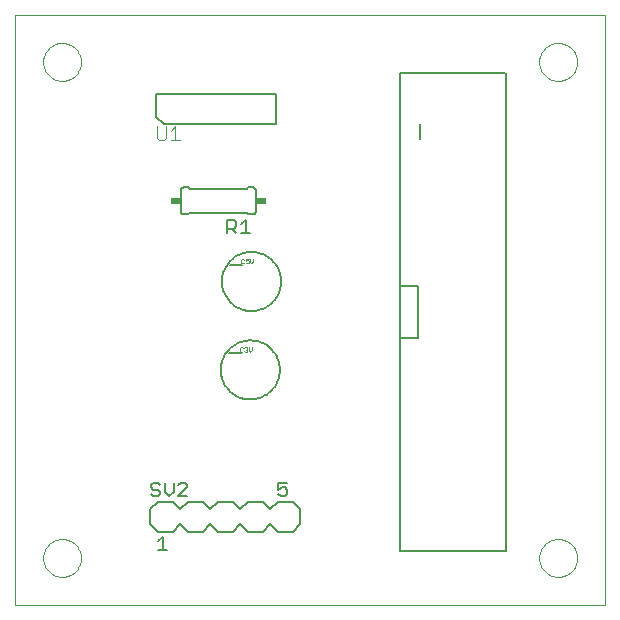
<source format=gto>
G75*
%MOIN*%
%OFA0B0*%
%FSLAX24Y24*%
%IPPOS*%
%LPD*%
%AMOC8*
5,1,8,0,0,1.08239X$1,22.5*
%
%ADD10C,0.0000*%
%ADD11C,0.0040*%
%ADD12C,0.0050*%
%ADD13C,0.0080*%
%ADD14C,0.0010*%
%ADD15C,0.0060*%
%ADD16R,0.0340X0.0240*%
D10*
X000100Y000100D02*
X000100Y019785D01*
X019785Y019785D01*
X019785Y000100D01*
X000100Y000100D01*
X001045Y001675D02*
X001047Y001725D01*
X001053Y001775D01*
X001063Y001824D01*
X001077Y001872D01*
X001094Y001919D01*
X001115Y001964D01*
X001140Y002008D01*
X001168Y002049D01*
X001200Y002088D01*
X001234Y002125D01*
X001271Y002159D01*
X001311Y002189D01*
X001353Y002216D01*
X001397Y002240D01*
X001443Y002261D01*
X001490Y002277D01*
X001538Y002290D01*
X001588Y002299D01*
X001637Y002304D01*
X001688Y002305D01*
X001738Y002302D01*
X001787Y002295D01*
X001836Y002284D01*
X001884Y002269D01*
X001930Y002251D01*
X001975Y002229D01*
X002018Y002203D01*
X002059Y002174D01*
X002098Y002142D01*
X002134Y002107D01*
X002166Y002069D01*
X002196Y002029D01*
X002223Y001986D01*
X002246Y001942D01*
X002265Y001896D01*
X002281Y001848D01*
X002293Y001799D01*
X002301Y001750D01*
X002305Y001700D01*
X002305Y001650D01*
X002301Y001600D01*
X002293Y001551D01*
X002281Y001502D01*
X002265Y001454D01*
X002246Y001408D01*
X002223Y001364D01*
X002196Y001321D01*
X002166Y001281D01*
X002134Y001243D01*
X002098Y001208D01*
X002059Y001176D01*
X002018Y001147D01*
X001975Y001121D01*
X001930Y001099D01*
X001884Y001081D01*
X001836Y001066D01*
X001787Y001055D01*
X001738Y001048D01*
X001688Y001045D01*
X001637Y001046D01*
X001588Y001051D01*
X001538Y001060D01*
X001490Y001073D01*
X001443Y001089D01*
X001397Y001110D01*
X001353Y001134D01*
X001311Y001161D01*
X001271Y001191D01*
X001234Y001225D01*
X001200Y001262D01*
X001168Y001301D01*
X001140Y001342D01*
X001115Y001386D01*
X001094Y001431D01*
X001077Y001478D01*
X001063Y001526D01*
X001053Y001575D01*
X001047Y001625D01*
X001045Y001675D01*
X001045Y018210D02*
X001047Y018260D01*
X001053Y018310D01*
X001063Y018359D01*
X001077Y018407D01*
X001094Y018454D01*
X001115Y018499D01*
X001140Y018543D01*
X001168Y018584D01*
X001200Y018623D01*
X001234Y018660D01*
X001271Y018694D01*
X001311Y018724D01*
X001353Y018751D01*
X001397Y018775D01*
X001443Y018796D01*
X001490Y018812D01*
X001538Y018825D01*
X001588Y018834D01*
X001637Y018839D01*
X001688Y018840D01*
X001738Y018837D01*
X001787Y018830D01*
X001836Y018819D01*
X001884Y018804D01*
X001930Y018786D01*
X001975Y018764D01*
X002018Y018738D01*
X002059Y018709D01*
X002098Y018677D01*
X002134Y018642D01*
X002166Y018604D01*
X002196Y018564D01*
X002223Y018521D01*
X002246Y018477D01*
X002265Y018431D01*
X002281Y018383D01*
X002293Y018334D01*
X002301Y018285D01*
X002305Y018235D01*
X002305Y018185D01*
X002301Y018135D01*
X002293Y018086D01*
X002281Y018037D01*
X002265Y017989D01*
X002246Y017943D01*
X002223Y017899D01*
X002196Y017856D01*
X002166Y017816D01*
X002134Y017778D01*
X002098Y017743D01*
X002059Y017711D01*
X002018Y017682D01*
X001975Y017656D01*
X001930Y017634D01*
X001884Y017616D01*
X001836Y017601D01*
X001787Y017590D01*
X001738Y017583D01*
X001688Y017580D01*
X001637Y017581D01*
X001588Y017586D01*
X001538Y017595D01*
X001490Y017608D01*
X001443Y017624D01*
X001397Y017645D01*
X001353Y017669D01*
X001311Y017696D01*
X001271Y017726D01*
X001234Y017760D01*
X001200Y017797D01*
X001168Y017836D01*
X001140Y017877D01*
X001115Y017921D01*
X001094Y017966D01*
X001077Y018013D01*
X001063Y018061D01*
X001053Y018110D01*
X001047Y018160D01*
X001045Y018210D01*
X017580Y018210D02*
X017582Y018260D01*
X017588Y018310D01*
X017598Y018359D01*
X017612Y018407D01*
X017629Y018454D01*
X017650Y018499D01*
X017675Y018543D01*
X017703Y018584D01*
X017735Y018623D01*
X017769Y018660D01*
X017806Y018694D01*
X017846Y018724D01*
X017888Y018751D01*
X017932Y018775D01*
X017978Y018796D01*
X018025Y018812D01*
X018073Y018825D01*
X018123Y018834D01*
X018172Y018839D01*
X018223Y018840D01*
X018273Y018837D01*
X018322Y018830D01*
X018371Y018819D01*
X018419Y018804D01*
X018465Y018786D01*
X018510Y018764D01*
X018553Y018738D01*
X018594Y018709D01*
X018633Y018677D01*
X018669Y018642D01*
X018701Y018604D01*
X018731Y018564D01*
X018758Y018521D01*
X018781Y018477D01*
X018800Y018431D01*
X018816Y018383D01*
X018828Y018334D01*
X018836Y018285D01*
X018840Y018235D01*
X018840Y018185D01*
X018836Y018135D01*
X018828Y018086D01*
X018816Y018037D01*
X018800Y017989D01*
X018781Y017943D01*
X018758Y017899D01*
X018731Y017856D01*
X018701Y017816D01*
X018669Y017778D01*
X018633Y017743D01*
X018594Y017711D01*
X018553Y017682D01*
X018510Y017656D01*
X018465Y017634D01*
X018419Y017616D01*
X018371Y017601D01*
X018322Y017590D01*
X018273Y017583D01*
X018223Y017580D01*
X018172Y017581D01*
X018123Y017586D01*
X018073Y017595D01*
X018025Y017608D01*
X017978Y017624D01*
X017932Y017645D01*
X017888Y017669D01*
X017846Y017696D01*
X017806Y017726D01*
X017769Y017760D01*
X017735Y017797D01*
X017703Y017836D01*
X017675Y017877D01*
X017650Y017921D01*
X017629Y017966D01*
X017612Y018013D01*
X017598Y018061D01*
X017588Y018110D01*
X017582Y018160D01*
X017580Y018210D01*
X017580Y001675D02*
X017582Y001725D01*
X017588Y001775D01*
X017598Y001824D01*
X017612Y001872D01*
X017629Y001919D01*
X017650Y001964D01*
X017675Y002008D01*
X017703Y002049D01*
X017735Y002088D01*
X017769Y002125D01*
X017806Y002159D01*
X017846Y002189D01*
X017888Y002216D01*
X017932Y002240D01*
X017978Y002261D01*
X018025Y002277D01*
X018073Y002290D01*
X018123Y002299D01*
X018172Y002304D01*
X018223Y002305D01*
X018273Y002302D01*
X018322Y002295D01*
X018371Y002284D01*
X018419Y002269D01*
X018465Y002251D01*
X018510Y002229D01*
X018553Y002203D01*
X018594Y002174D01*
X018633Y002142D01*
X018669Y002107D01*
X018701Y002069D01*
X018731Y002029D01*
X018758Y001986D01*
X018781Y001942D01*
X018800Y001896D01*
X018816Y001848D01*
X018828Y001799D01*
X018836Y001750D01*
X018840Y001700D01*
X018840Y001650D01*
X018836Y001600D01*
X018828Y001551D01*
X018816Y001502D01*
X018800Y001454D01*
X018781Y001408D01*
X018758Y001364D01*
X018731Y001321D01*
X018701Y001281D01*
X018669Y001243D01*
X018633Y001208D01*
X018594Y001176D01*
X018553Y001147D01*
X018510Y001121D01*
X018465Y001099D01*
X018419Y001081D01*
X018371Y001066D01*
X018322Y001055D01*
X018273Y001048D01*
X018223Y001045D01*
X018172Y001046D01*
X018123Y001051D01*
X018073Y001060D01*
X018025Y001073D01*
X017978Y001089D01*
X017932Y001110D01*
X017888Y001134D01*
X017846Y001161D01*
X017806Y001191D01*
X017769Y001225D01*
X017735Y001262D01*
X017703Y001301D01*
X017675Y001342D01*
X017650Y001386D01*
X017629Y001431D01*
X017612Y001478D01*
X017598Y001526D01*
X017588Y001575D01*
X017582Y001625D01*
X017580Y001675D01*
D11*
X005604Y015601D02*
X005297Y015601D01*
X005450Y015601D02*
X005450Y016062D01*
X005297Y015908D01*
X005143Y016062D02*
X005143Y015678D01*
X005067Y015601D01*
X004913Y015601D01*
X004837Y015678D01*
X004837Y016062D01*
D12*
X005067Y016131D02*
X008817Y016131D01*
X008817Y017131D01*
X004817Y017131D01*
X004817Y016381D01*
X005067Y016131D01*
X007188Y012956D02*
X007413Y012956D01*
X007488Y012881D01*
X007488Y012731D01*
X007413Y012655D01*
X007188Y012655D01*
X007188Y012505D02*
X007188Y012956D01*
X007338Y012655D02*
X007488Y012505D01*
X007648Y012505D02*
X007948Y012505D01*
X007798Y012505D02*
X007798Y012956D01*
X007648Y012806D01*
X008883Y004178D02*
X008883Y003953D01*
X009033Y004028D01*
X009108Y004028D01*
X009183Y003953D01*
X009183Y003803D01*
X009108Y003728D01*
X008958Y003728D01*
X008883Y003803D01*
X008883Y004178D02*
X009183Y004178D01*
X005854Y004103D02*
X005779Y004178D01*
X005629Y004178D01*
X005554Y004103D01*
X005394Y004178D02*
X005394Y003878D01*
X005243Y003728D01*
X005093Y003878D01*
X005093Y004178D01*
X004933Y004103D02*
X004858Y004178D01*
X004708Y004178D01*
X004633Y004103D01*
X004633Y004028D01*
X004708Y003953D01*
X004858Y003953D01*
X004933Y003878D01*
X004933Y003803D01*
X004858Y003728D01*
X004708Y003728D01*
X004633Y003803D01*
X005554Y003728D02*
X005854Y004028D01*
X005854Y004103D01*
X005854Y003728D02*
X005554Y003728D01*
X005033Y002378D02*
X004883Y002228D01*
X005033Y002378D02*
X005033Y001928D01*
X004883Y001928D02*
X005183Y001928D01*
D13*
X006966Y007943D02*
X006968Y008005D01*
X006974Y008068D01*
X006984Y008129D01*
X006998Y008190D01*
X007015Y008250D01*
X007036Y008309D01*
X007062Y008366D01*
X007090Y008421D01*
X007122Y008475D01*
X007158Y008526D01*
X007196Y008576D01*
X007238Y008622D01*
X007282Y008666D01*
X007330Y008707D01*
X007379Y008745D01*
X007431Y008779D01*
X007485Y008810D01*
X007541Y008838D01*
X007599Y008862D01*
X007658Y008883D01*
X007718Y008899D01*
X007779Y008912D01*
X007841Y008921D01*
X007903Y008926D01*
X007966Y008927D01*
X008028Y008924D01*
X008090Y008917D01*
X008152Y008906D01*
X008212Y008891D01*
X008272Y008873D01*
X008330Y008851D01*
X008387Y008825D01*
X008442Y008795D01*
X008495Y008762D01*
X008546Y008726D01*
X008594Y008687D01*
X008640Y008644D01*
X008683Y008599D01*
X008723Y008551D01*
X008760Y008501D01*
X008794Y008448D01*
X008825Y008394D01*
X008851Y008338D01*
X008875Y008280D01*
X008894Y008220D01*
X008910Y008160D01*
X008922Y008098D01*
X008930Y008037D01*
X008934Y007974D01*
X008934Y007912D01*
X008930Y007849D01*
X008922Y007788D01*
X008910Y007726D01*
X008894Y007666D01*
X008875Y007606D01*
X008851Y007548D01*
X008825Y007492D01*
X008794Y007438D01*
X008760Y007385D01*
X008723Y007335D01*
X008683Y007287D01*
X008640Y007242D01*
X008594Y007199D01*
X008546Y007160D01*
X008495Y007124D01*
X008442Y007091D01*
X008387Y007061D01*
X008330Y007035D01*
X008272Y007013D01*
X008212Y006995D01*
X008152Y006980D01*
X008090Y006969D01*
X008028Y006962D01*
X007966Y006959D01*
X007903Y006960D01*
X007841Y006965D01*
X007779Y006974D01*
X007718Y006987D01*
X007658Y007003D01*
X007599Y007024D01*
X007541Y007048D01*
X007485Y007076D01*
X007431Y007107D01*
X007379Y007141D01*
X007330Y007179D01*
X007282Y007220D01*
X007238Y007264D01*
X007196Y007310D01*
X007158Y007360D01*
X007122Y007411D01*
X007090Y007465D01*
X007062Y007520D01*
X007036Y007577D01*
X007015Y007636D01*
X006998Y007696D01*
X006984Y007757D01*
X006974Y007818D01*
X006968Y007881D01*
X006966Y007943D01*
X007250Y008493D02*
X007650Y008493D01*
X007006Y010891D02*
X007008Y010953D01*
X007014Y011016D01*
X007024Y011077D01*
X007038Y011138D01*
X007055Y011198D01*
X007076Y011257D01*
X007102Y011314D01*
X007130Y011369D01*
X007162Y011423D01*
X007198Y011474D01*
X007236Y011524D01*
X007278Y011570D01*
X007322Y011614D01*
X007370Y011655D01*
X007419Y011693D01*
X007471Y011727D01*
X007525Y011758D01*
X007581Y011786D01*
X007639Y011810D01*
X007698Y011831D01*
X007758Y011847D01*
X007819Y011860D01*
X007881Y011869D01*
X007943Y011874D01*
X008006Y011875D01*
X008068Y011872D01*
X008130Y011865D01*
X008192Y011854D01*
X008252Y011839D01*
X008312Y011821D01*
X008370Y011799D01*
X008427Y011773D01*
X008482Y011743D01*
X008535Y011710D01*
X008586Y011674D01*
X008634Y011635D01*
X008680Y011592D01*
X008723Y011547D01*
X008763Y011499D01*
X008800Y011449D01*
X008834Y011396D01*
X008865Y011342D01*
X008891Y011286D01*
X008915Y011228D01*
X008934Y011168D01*
X008950Y011108D01*
X008962Y011046D01*
X008970Y010985D01*
X008974Y010922D01*
X008974Y010860D01*
X008970Y010797D01*
X008962Y010736D01*
X008950Y010674D01*
X008934Y010614D01*
X008915Y010554D01*
X008891Y010496D01*
X008865Y010440D01*
X008834Y010386D01*
X008800Y010333D01*
X008763Y010283D01*
X008723Y010235D01*
X008680Y010190D01*
X008634Y010147D01*
X008586Y010108D01*
X008535Y010072D01*
X008482Y010039D01*
X008427Y010009D01*
X008370Y009983D01*
X008312Y009961D01*
X008252Y009943D01*
X008192Y009928D01*
X008130Y009917D01*
X008068Y009910D01*
X008006Y009907D01*
X007943Y009908D01*
X007881Y009913D01*
X007819Y009922D01*
X007758Y009935D01*
X007698Y009951D01*
X007639Y009972D01*
X007581Y009996D01*
X007525Y010024D01*
X007471Y010055D01*
X007419Y010089D01*
X007370Y010127D01*
X007322Y010168D01*
X007278Y010212D01*
X007236Y010258D01*
X007198Y010308D01*
X007162Y010359D01*
X007130Y010413D01*
X007102Y010468D01*
X007076Y010525D01*
X007055Y010584D01*
X007038Y010644D01*
X007024Y010705D01*
X007014Y010766D01*
X007008Y010829D01*
X007006Y010891D01*
X007290Y011441D02*
X007690Y011441D01*
X012935Y010742D02*
X012935Y009009D01*
X013525Y009009D01*
X013525Y010742D01*
X012935Y010742D01*
X012935Y017852D01*
X016439Y017852D01*
X016478Y017852D02*
X016478Y001899D01*
X012935Y001899D01*
X012935Y009009D01*
X013614Y015626D02*
X013614Y016126D01*
D14*
X008039Y011646D02*
X008039Y011546D01*
X007989Y011496D01*
X007939Y011546D01*
X007939Y011646D01*
X007892Y011646D02*
X007792Y011646D01*
X007792Y011571D01*
X007842Y011596D01*
X007867Y011596D01*
X007892Y011571D01*
X007892Y011521D01*
X007867Y011496D01*
X007817Y011496D01*
X007792Y011521D01*
X007745Y011521D02*
X007720Y011496D01*
X007670Y011496D01*
X007645Y011521D01*
X007645Y011621D01*
X007670Y011646D01*
X007720Y011646D01*
X007745Y011621D01*
X007778Y008698D02*
X007753Y008673D01*
X007778Y008698D02*
X007828Y008698D01*
X007853Y008673D01*
X007853Y008648D01*
X007828Y008623D01*
X007853Y008598D01*
X007853Y008573D01*
X007828Y008548D01*
X007778Y008548D01*
X007753Y008573D01*
X007705Y008573D02*
X007680Y008548D01*
X007630Y008548D01*
X007605Y008573D01*
X007605Y008673D01*
X007630Y008698D01*
X007680Y008698D01*
X007705Y008673D01*
X007803Y008623D02*
X007828Y008623D01*
X007900Y008598D02*
X007950Y008548D01*
X008000Y008598D01*
X008000Y008698D01*
X007900Y008698D02*
X007900Y008598D01*
D15*
X007883Y013130D02*
X007833Y013180D01*
X005933Y013180D01*
X005883Y013130D01*
X005733Y013130D01*
X005716Y013132D01*
X005699Y013136D01*
X005683Y013143D01*
X005669Y013153D01*
X005656Y013166D01*
X005646Y013180D01*
X005639Y013196D01*
X005635Y013213D01*
X005633Y013230D01*
X005633Y013930D01*
X005635Y013947D01*
X005639Y013964D01*
X005646Y013980D01*
X005656Y013994D01*
X005669Y014007D01*
X005683Y014017D01*
X005699Y014024D01*
X005716Y014028D01*
X005733Y014030D01*
X005883Y014030D01*
X005933Y013980D01*
X007833Y013980D01*
X007883Y014030D01*
X008033Y014030D01*
X008050Y014028D01*
X008067Y014024D01*
X008083Y014017D01*
X008097Y014007D01*
X008110Y013994D01*
X008120Y013980D01*
X008127Y013964D01*
X008131Y013947D01*
X008133Y013930D01*
X008133Y013230D01*
X008131Y013213D01*
X008127Y013196D01*
X008120Y013180D01*
X008110Y013166D01*
X008097Y013153D01*
X008083Y013143D01*
X008067Y013136D01*
X008050Y013132D01*
X008033Y013130D01*
X007883Y013130D01*
X007858Y003553D02*
X007608Y003303D01*
X007358Y003553D01*
X006858Y003553D01*
X006608Y003303D01*
X006358Y003553D01*
X005858Y003553D01*
X005608Y003303D01*
X005358Y003553D01*
X004858Y003553D01*
X004608Y003303D01*
X004608Y002803D01*
X004858Y002553D01*
X005358Y002553D01*
X005608Y002803D01*
X005858Y002553D01*
X006358Y002553D01*
X006608Y002803D01*
X006858Y002553D01*
X007358Y002553D01*
X007608Y002803D01*
X007858Y002553D01*
X008358Y002553D01*
X008608Y002803D01*
X008858Y002553D01*
X009358Y002553D01*
X009608Y002803D01*
X009608Y003303D01*
X009358Y003553D01*
X008858Y003553D01*
X008608Y003303D01*
X008358Y003553D01*
X007858Y003553D01*
D16*
X008303Y013580D03*
X005463Y013580D03*
M02*

</source>
